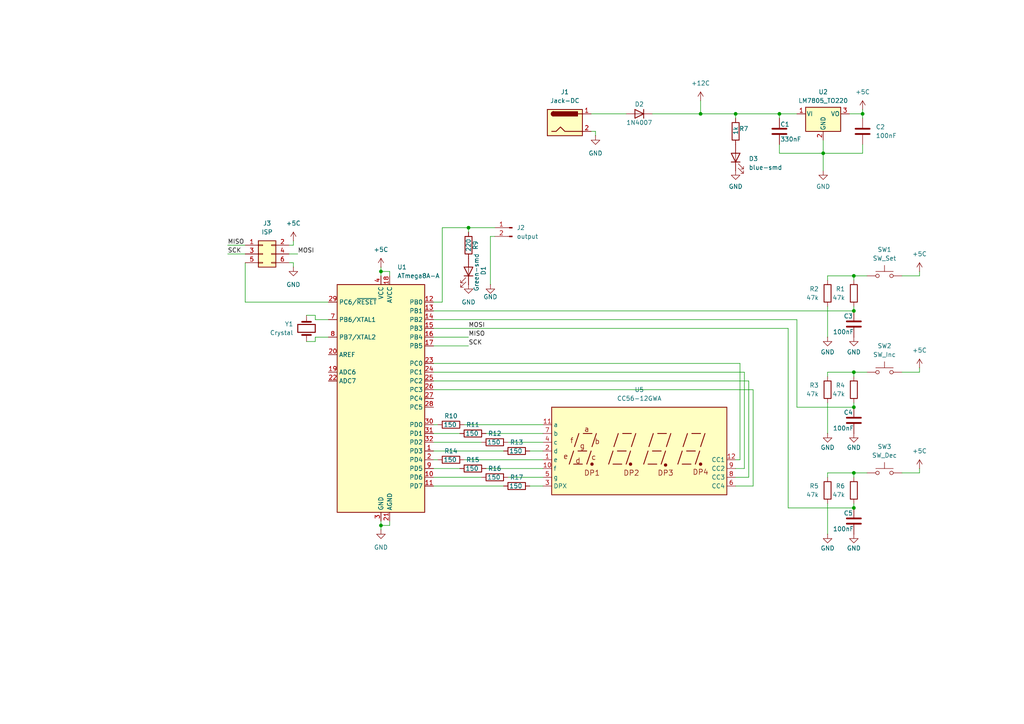
<source format=kicad_sch>
(kicad_sch (version 20231120) (generator "eeschema") (generator_version "8.0")
  (paper "A4")
  (lib_symbols
    (symbol "Connector:Conn_01x02_Pin" (pin_names (offset 1.016) hide)
      (property "Reference" "J" (at 0 2.54 0))
      (property "Value" "Conn_01x02_Pin" (at 0 -5.08 0))
      (symbol "Conn_01x02_Pin_1_1"
        (polyline (pts (xy 1.27 -2.54) (xy 0.8636 -2.54)) (stroke (width 0.1524)))
        (polyline (pts (xy 1.27 0) (xy 0.8636 0)) (stroke (width 0.1524)))
        (rectangle (start 0.8636 -2.413) (end 0 -2.667) (stroke (width 0.1524)) (fill (type outline)))
        (rectangle (start 0.8636 0.127) (end 0 -0.127) (stroke (width 0.1524)) (fill (type outline)))
        (pin passive line (at 5.08 0 180) (length 3.81) (name "Pin_1") (number "1"))
        (pin passive line (at 5.08 -2.54 180) (length 3.81) (name "Pin_2") (number "2"))
      )
    )
    (symbol "Connector:Jack-DC" (pin_names (offset 1.016))
      (property "Reference" "J" (at 0 5.334 0))
      (property "Value" "Jack-DC" (at 0 -5.08 0))
      (symbol "Jack-DC_0_1"
        (rectangle (start -5.08 3.81) (end 5.08 -3.81) (stroke (width 0.254)) (fill (type background)))
        (arc (start -3.302 3.175) (mid -3.9343 2.54) (end -3.302 1.905) (stroke (width 0.254)))
        (arc (start -3.302 3.175) (mid -3.9343 2.54) (end -3.302 1.905) (stroke (width 0.254)) (fill (type outline)))
        (polyline (pts (xy 5.08 2.54) (xy 3.81 2.54)) (stroke (width 0.254)))
        (polyline (pts (xy -3.81 -2.54) (xy -2.54 -2.54) (xy -1.27 -1.27) (xy 0 -2.54) (xy 2.54 -2.54) (xy 5.08 -2.54)) (stroke (width 0.254)))
        (rectangle (start 3.683 3.175) (end -3.302 1.905) (stroke (width 0.254)) (fill (type outline)))
      )
      (symbol "Jack-DC_1_1"
        (pin passive line (at 7.62 2.54 180) (length 2.54) (name "~") (number "1"))
        (pin passive line (at 7.62 -2.54 180) (length 2.54) (name "~") (number "2"))
      )
    )
    (symbol "Connector_Generic:Conn_02x03_Odd_Even" (pin_names (offset 1.016) hide)
      (property "Reference" "J" (at 1.27 5.08 0))
      (property "Value" "Conn_02x03_Odd_Even" (at 1.27 -5.08 0))
      (symbol "Conn_02x03_Odd_Even_1_1"
        (rectangle (start -1.27 -2.413) (end 0 -2.667) (stroke (width 0.1524)))
        (rectangle (start -1.27 0.127) (end 0 -0.127) (stroke (width 0.1524)))
        (rectangle (start -1.27 2.667) (end 0 2.413) (stroke (width 0.1524)))
        (rectangle (start -1.27 3.81) (end 3.81 -3.81) (stroke (width 0.254)) (fill (type background)))
        (rectangle (start 3.81 -2.413) (end 2.54 -2.667) (stroke (width 0.1524)))
        (rectangle (start 3.81 0.127) (end 2.54 -0.127) (stroke (width 0.1524)))
        (rectangle (start 3.81 2.667) (end 2.54 2.413) (stroke (width 0.1524)))
        (pin passive line (at -5.08 2.54 0) (length 3.81) (name "Pin_1") (number "1"))
        (pin passive line (at 7.62 2.54 180) (length 3.81) (name "Pin_2") (number "2"))
        (pin passive line (at -5.08 0 0) (length 3.81) (name "Pin_3") (number "3"))
        (pin passive line (at 7.62 0 180) (length 3.81) (name "Pin_4") (number "4"))
        (pin passive line (at -5.08 -2.54 0) (length 3.81) (name "Pin_5") (number "5"))
        (pin passive line (at 7.62 -2.54 180) (length 3.81) (name "Pin_6") (number "6"))
      )
    )
    (symbol "Device:C" (pin_numbers hide) (pin_names (offset 0.254))
      (property "Reference" "C" (at 0.635 2.54 0))
      (property "Value" "C" (at 0.635 -2.54 0))
      (symbol "C_0_1"
        (polyline (pts (xy -2.032 -0.762) (xy 2.032 -0.762)) (stroke (width 0.508)))
        (polyline (pts (xy -2.032 0.762) (xy 2.032 0.762)) (stroke (width 0.508)))
      )
      (symbol "C_1_1"
        (pin passive line (at 0 3.81 270) (length 2.794) (name "~") (number "1"))
        (pin passive line (at 0 -3.81 90) (length 2.794) (name "~") (number "2"))
      )
    )
    (symbol "Device:Crystal" (pin_numbers hide) (pin_names (offset 1.016) hide)
      (property "Reference" "Y" (at 0 3.81 0))
      (property "Value" "Crystal" (at 0 -3.81 0))
      (symbol "Crystal_0_1"
        (rectangle (start -1.143 2.54) (end 1.143 -2.54) (stroke (width 0.3048)))
        (polyline (pts (xy -2.54 0) (xy -1.905 0)))
        (polyline (pts (xy -1.905 -1.27) (xy -1.905 1.27)) (stroke (width 0.508)))
        (polyline (pts (xy 1.905 -1.27) (xy 1.905 1.27)) (stroke (width 0.508)))
        (polyline (pts (xy 2.54 0) (xy 1.905 0)))
      )
      (symbol "Crystal_1_1"
        (pin passive line (at -3.81 0 0) (length 1.27) (name "1") (number "1"))
        (pin passive line (at 3.81 0 180) (length 1.27) (name "2") (number "2"))
      )
    )
    (symbol "Device:D" (pin_numbers hide) (pin_names (offset 1.016) hide)
      (property "Reference" "D" (at 0 2.54 0))
      (property "Value" "D" (at 0 -2.54 0))
      (symbol "D_0_1"
        (polyline (pts (xy -1.27 1.27) (xy -1.27 -1.27)) (stroke (width 0.254)))
        (polyline (pts (xy 1.27 0) (xy -1.27 0)))
        (polyline (pts (xy 1.27 1.27) (xy 1.27 -1.27) (xy -1.27 0) (xy 1.27 1.27)) (stroke (width 0.254)))
      )
      (symbol "D_1_1"
        (pin passive line (at -3.81 0 0) (length 2.54) (name "K") (number "1"))
        (pin passive line (at 3.81 0 180) (length 2.54) (name "A") (number "2"))
      )
    )
    (symbol "Device:LED" (pin_numbers hide) (pin_names (offset 1.016) hide)
      (property "Reference" "D" (at 0 2.54 0))
      (property "Value" "LED" (at 0 -2.54 0))
      (symbol "LED_0_1"
        (polyline (pts (xy -1.27 -1.27) (xy -1.27 1.27)) (stroke (width 0.254)))
        (polyline (pts (xy -1.27 0) (xy 1.27 0)))
        (polyline (pts (xy 1.27 -1.27) (xy 1.27 1.27) (xy -1.27 0) (xy 1.27 -1.27)) (stroke (width 0.254)))
        (polyline (pts (xy -3.048 -0.762) (xy -4.572 -2.286) (xy -3.81 -2.286) (xy -4.572 -2.286) (xy -4.572 -1.524)))
        (polyline (pts (xy -1.778 -0.762) (xy -3.302 -2.286) (xy -2.54 -2.286) (xy -3.302 -2.286) (xy -3.302 -1.524)))
      )
      (symbol "LED_1_1"
        (pin passive line (at -3.81 0 0) (length 2.54) (name "K") (number "1"))
        (pin passive line (at 3.81 0 180) (length 2.54) (name "A") (number "2"))
      )
    )
    (symbol "Device:R" (pin_numbers hide) (pin_names (offset 0))
      (property "Reference" "R" (at 2.032 0 90))
      (property "Value" "R" (at 0 0 90))
      (symbol "R_0_1"
        (rectangle (start -1.016 -2.54) (end 1.016 2.54) (stroke (width 0.254)))
      )
      (symbol "R_1_1"
        (pin passive line (at 0 3.81 270) (length 1.27) (name "~") (number "1"))
        (pin passive line (at 0 -3.81 90) (length 1.27) (name "~") (number "2"))
      )
    )
    (symbol "Display_Character:CC56-12GWA"
      (property "Reference" "U" (at -24.13 13.97 0))
      (property "Value" "CC56-12GWA" (at 19.05 13.97 0))
      (symbol "CC56-12GWA_0_0"
        (rectangle (start -25.4 12.7) (end 25.4 -12.7) (stroke (width 0.254)) (fill (type background)))
        (polyline (pts (xy -20.32 -3.81) (xy -19.05 0)) (stroke (width 0.254)))
        (polyline (pts (xy -19.05 -3.81) (xy -16.51 -3.81)) (stroke (width 0.254)))
        (polyline (pts (xy -18.796 1.27) (xy -17.526 5.08)) (stroke (width 0.254)))
        (polyline (pts (xy -17.78 0) (xy -15.24 0)) (stroke (width 0.254)))
        (polyline (pts (xy -16.256 5.08) (xy -13.716 5.08)) (stroke (width 0.254)))
        (polyline (pts (xy -15.24 -3.81) (xy -13.97 0)) (stroke (width 0.254)))
        (polyline (pts (xy -13.716 1.27) (xy -12.446 5.08)) (stroke (width 0.254)))
        (polyline (pts (xy -8.89 -3.81) (xy -7.62 0)) (stroke (width 0.254)))
        (polyline (pts (xy -7.62 -3.81) (xy -5.08 -3.81)) (stroke (width 0.254)))
        (polyline (pts (xy -7.366 1.27) (xy -6.096 5.08)) (stroke (width 0.254)))
        (polyline (pts (xy -6.35 0) (xy -3.81 0)) (stroke (width 0.254)))
        (polyline (pts (xy -4.826 5.08) (xy -2.286 5.08)) (stroke (width 0.254)))
        (polyline (pts (xy -3.81 -3.81) (xy -2.54 0)) (stroke (width 0.254)))
        (polyline (pts (xy -2.286 1.27) (xy -1.016 5.08)) (stroke (width 0.254)))
        (polyline (pts (xy 1.27 -3.81) (xy 2.54 0)) (stroke (width 0.254)))
        (polyline (pts (xy 2.54 -3.81) (xy 5.08 -3.81)) (stroke (width 0.254)))
        (polyline (pts (xy 2.794 1.27) (xy 4.064 5.08)) (stroke (width 0.254)))
        (polyline (pts (xy 3.81 0) (xy 6.35 0)) (stroke (width 0.254)))
        (polyline (pts (xy 5.334 5.08) (xy 7.874 5.08)) (stroke (width 0.254)))
        (polyline (pts (xy 6.35 -3.81) (xy 7.62 0)) (stroke (width 0.254)))
        (polyline (pts (xy 7.874 1.27) (xy 9.144 5.08)) (stroke (width 0.254)))
        (polyline (pts (xy 11.176 -3.81) (xy 12.446 0)) (stroke (width 0.254)))
        (polyline (pts (xy 12.446 -3.81) (xy 14.986 -3.81)) (stroke (width 0.254)))
        (polyline (pts (xy 12.7 1.27) (xy 13.97 5.08)) (stroke (width 0.254)))
        (polyline (pts (xy 13.716 0) (xy 16.256 0)) (stroke (width 0.254)))
        (polyline (pts (xy 15.24 5.08) (xy 17.78 5.08)) (stroke (width 0.254)))
        (polyline (pts (xy 16.256 -3.81) (xy 17.526 0)) (stroke (width 0.254)))
        (polyline (pts (xy 17.78 1.27) (xy 19.05 5.08)) (stroke (width 0.254)))
        (text "a" (at -15.24 6.35 0) (effects (font (size 1.524 1.524))))
        (text "b" (at -12.192 2.794 0) (effects (font (size 1.524 1.524))))
        (text "c" (at -13.208 -1.778 0) (effects (font (size 1.524 1.524))))
        (text "d" (at -17.78 -2.794 0) (effects (font (size 1.524 1.524))))
        (text "DP1" (at -13.716 -6.35 0) (effects (font (size 1.524 1.524))))
        (text "DP2" (at -2.286 -6.35 0) (effects (font (size 1.524 1.524))))
        (text "DP3" (at 7.62 -6.35 0) (effects (font (size 1.524 1.524))))
        (text "DP4" (at 17.78 -6.096 0) (effects (font (size 1.524 1.524))))
        (text "e" (at -21.336 -1.524 0) (effects (font (size 1.524 1.524))))
        (text "f" (at -19.558 3.048 0) (effects (font (size 1.524 1.524))))
        (text "g" (at -16.51 1.524 0) (effects (font (size 1.524 1.524))))
      )
      (symbol "CC56-12GWA_0_1"
        (circle (center -13.716 -3.81) (radius 0.3556) (stroke (width 0.254)) (fill (type outline)))
        (circle (center -2.54 -3.81) (radius 0.3556) (stroke (width 0.254)) (fill (type outline)))
      )
      (symbol "CC56-12GWA_1_0"
        (circle (center 7.62 -4.064) (radius 0.3556) (stroke (width 0.254)) (fill (type outline)))
        (circle (center 17.78 -3.81) (radius 0.3556) (stroke (width 0.254)) (fill (type outline)))
      )
      (symbol "CC56-12GWA_1_1"
        (pin input line (at -27.94 -2.54 0) (length 2.54) (name "e") (number "1"))
        (pin input line (at -27.94 -5.08 0) (length 2.54) (name "f") (number "10"))
        (pin input line (at -27.94 7.62 0) (length 2.54) (name "a") (number "11"))
        (pin input line (at 27.94 -2.54 180) (length 2.54) (name "CC1") (number "12"))
        (pin input line (at -27.94 0 0) (length 2.54) (name "d") (number "2"))
        (pin input line (at -27.94 -10.16 0) (length 2.54) (name "DPX") (number "3"))
        (pin input line (at -27.94 2.54 0) (length 2.54) (name "c") (number "4"))
        (pin input line (at -27.94 -7.62 0) (length 2.54) (name "g") (number "5"))
        (pin input line (at 27.94 -10.16 180) (length 2.54) (name "CC4") (number "6"))
        (pin input line (at -27.94 5.08 0) (length 2.54) (name "b") (number "7"))
        (pin input line (at 27.94 -7.62 180) (length 2.54) (name "CC3") (number "8"))
        (pin input line (at 27.94 -5.08 180) (length 2.54) (name "CC2") (number "9"))
      )
    )
    (symbol "MCU_Microchip_ATmega:ATmega8A-A"
      (property "Reference" "U" (at -12.7 34.29 0))
      (property "Value" "ATmega8A-A" (at 5.08 -34.29 0))
      (symbol "ATmega8A-A_0_1"
        (rectangle (start -12.7 -33.02) (end 12.7 33.02) (stroke (width 0.254)) (fill (type background)))
      )
      (symbol "ATmega8A-A_1_1"
        (pin bidirectional line (at 15.24 -15.24 180) (length 2.54) (name "PD3") (number "1"))
        (pin bidirectional line (at 15.24 -22.86 180) (length 2.54) (name "PD6") (number "10"))
        (pin bidirectional line (at 15.24 -25.4 180) (length 2.54) (name "PD7") (number "11"))
        (pin bidirectional line (at 15.24 27.94 180) (length 2.54) (name "PB0") (number "12"))
        (pin bidirectional line (at 15.24 25.4 180) (length 2.54) (name "PB1") (number "13"))
        (pin bidirectional line (at 15.24 22.86 180) (length 2.54) (name "PB2") (number "14"))
        (pin bidirectional line (at 15.24 20.32 180) (length 2.54) (name "PB3") (number "15"))
        (pin bidirectional line (at 15.24 17.78 180) (length 2.54) (name "PB4") (number "16"))
        (pin bidirectional line (at 15.24 15.24 180) (length 2.54) (name "PB5") (number "17"))
        (pin power_in line (at 2.54 35.56 270) (length 2.54) (name "AVCC") (number "18"))
        (pin input line (at -15.24 7.62 0) (length 2.54) (name "ADC6") (number "19"))
        (pin bidirectional line (at 15.24 -17.78 180) (length 2.54) (name "PD4") (number "2"))
        (pin passive line (at -15.24 12.7 0) (length 2.54) (name "AREF") (number "20"))
        (pin power_in line (at 2.54 -35.56 90) (length 2.54) (name "AGND") (number "21"))
        (pin input line (at -15.24 5.08 0) (length 2.54) (name "ADC7") (number "22"))
        (pin bidirectional line (at 15.24 10.16 180) (length 2.54) (name "PC0") (number "23"))
        (pin bidirectional line (at 15.24 7.62 180) (length 2.54) (name "PC1") (number "24"))
        (pin bidirectional line (at 15.24 5.08 180) (length 2.54) (name "PC2") (number "25"))
        (pin bidirectional line (at 15.24 2.54 180) (length 2.54) (name "PC3") (number "26"))
        (pin bidirectional line (at 15.24 0 180) (length 2.54) (name "PC4") (number "27"))
        (pin bidirectional line (at 15.24 -2.54 180) (length 2.54) (name "PC5") (number "28"))
        (pin bidirectional line (at -15.24 27.94 0) (length 2.54) (name "PC6/~{RESET}") (number "29"))
        (pin power_in line (at 0 -35.56 90) (length 2.54) (name "GND") (number "3"))
        (pin bidirectional line (at 15.24 -7.62 180) (length 2.54) (name "PD0") (number "30"))
        (pin bidirectional line (at 15.24 -10.16 180) (length 2.54) (name "PD1") (number "31"))
        (pin bidirectional line (at 15.24 -12.7 180) (length 2.54) (name "PD2") (number "32"))
        (pin power_in line (at 0 35.56 270) (length 2.54) (name "VCC") (number "4"))
        (pin passive line (at 0 -35.56 90) (length 2.54) hide (name "GND") (number "5"))
        (pin passive line (at 0 35.56 270) (length 2.54) hide (name "VCC") (number "6"))
        (pin bidirectional line (at -15.24 22.86 0) (length 2.54) (name "PB6/XTAL1") (number "7"))
        (pin bidirectional line (at -15.24 17.78 0) (length 2.54) (name "PB7/XTAL2") (number "8"))
        (pin bidirectional line (at 15.24 -20.32 180) (length 2.54) (name "PD5") (number "9"))
      )
    )
    (symbol "Regulator_Linear:LM7805_TO220" (pin_names (offset 0.254))
      (property "Reference" "U" (at -3.81 3.175 0))
      (property "Value" "LM7805_TO220" (at 0 3.175 0))
      (symbol "LM7805_TO220_0_1"
        (rectangle (start -5.08 1.905) (end 5.08 -5.08) (stroke (width 0.254)) (fill (type background)))
      )
      (symbol "LM7805_TO220_1_1"
        (pin power_in line (at -7.62 0 0) (length 2.54) (name "VI") (number "1"))
        (pin power_in line (at 0 -7.62 90) (length 2.54) (name "GND") (number "2"))
        (pin power_out line (at 7.62 0 180) (length 2.54) (name "VO") (number "3"))
      )
    )
    (symbol "Switch:SW_Push" (pin_numbers hide) (pin_names (offset 1.016) hide)
      (property "Reference" "SW" (at 1.27 2.54 0))
      (property "Value" "SW_Push" (at 0 -1.524 0))
      (symbol "SW_Push_0_1"
        (circle (center -2.032 0) (radius 0.508))
        (polyline (pts (xy 0 1.27) (xy 0 3.048)))
        (polyline (pts (xy 2.54 1.27) (xy -2.54 1.27)))
        (circle (center 2.032 0) (radius 0.508))
        (pin passive line (at -5.08 0 0) (length 2.54) (name "1") (number "1"))
        (pin passive line (at 5.08 0 180) (length 2.54) (name "2") (number "2"))
      )
    )
    (symbol "power:+12C" (power) (pin_numbers hide) (pin_names (offset 0) hide)
      (property "Value" "+12C" (at 0 3.556 0))
      (symbol "+12C_0_1"
        (polyline (pts (xy -0.762 1.27) (xy 0 2.54)))
        (polyline (pts (xy 0 0) (xy 0 2.54)))
        (polyline (pts (xy 0 2.54) (xy 0.762 1.27)))
      )
      (symbol "+12C_1_1"
        (pin power_in line (at 0 0 90) (length 0) (name "~") (number "1"))
      )
    )
    (symbol "power:+5C" (power) (pin_numbers hide) (pin_names (offset 0) hide)
      (property "Value" "+5C" (at 0 3.556 0))
      (symbol "+5C_0_1"
        (polyline (pts (xy -0.762 1.27) (xy 0 2.54)))
        (polyline (pts (xy 0 0) (xy 0 2.54)))
        (polyline (pts (xy 0 2.54) (xy 0.762 1.27)))
      )
      (symbol "+5C_1_1"
        (pin power_in line (at 0 0 90) (length 0) (name "~") (number "1"))
      )
    )
    (symbol "power:GND" (power) (pin_numbers hide) (pin_names (offset 0) hide)
      (property "Value" "GND" (at 0 -3.81 0))
      (symbol "GND_0_1"
        (polyline (pts (xy 0 0) (xy 0 -1.27) (xy 1.27 -1.27) (xy 0 -2.54) (xy -1.27 -1.27) (xy 0 -1.27)))
      )
      (symbol "GND_1_1"
        (pin power_in line (at 0 0 270) (length 0) (name "~") (number "1"))
      )
    )
  )
  (junction (at 247.65 90.17))
  (junction (at 250.19 33.02))
  (junction (at 226.06 33.02))
  (junction (at 110.49 152.4))
  (junction (at 213.36 33.02))
  (junction (at 247.65 80.01))
  (junction (at 110.49 78.74))
  (junction (at 135.89 66.04))
  (junction (at 247.65 147.32))
  (junction (at 247.65 137.16))
  (junction (at 247.65 118.11))
  (junction (at 203.2 33.02))
  (junction (at 247.65 107.95))
  (junction (at 238.76 44.45))
  (wire (pts (xy 125.73 123.19) (xy 127 123.19)))
  (wire (pts (xy 189.23 33.02) (xy 203.2 33.02)))
  (wire (pts (xy 128.27 66.04) (xy 135.89 66.04)))
  (wire (pts (xy 247.65 90.17) (xy 247.65 88.9)))
  (wire (pts (xy 125.73 113.03) (xy 218.44 113.03)))
  (wire (pts (xy 125.73 90.17) (xy 247.65 90.17)))
  (wire (pts (xy 71.12 87.63) (xy 71.12 76.2)))
  (wire (pts (xy 125.73 140.97) (xy 146.05 140.97)))
  (wire (pts (xy 71.12 87.63) (xy 95.25 87.63)))
  (wire (pts (xy 125.73 133.35) (xy 127 133.35)))
  (wire (pts (xy 125.73 135.89) (xy 133.35 135.89)))
  (wire (pts (xy 231.14 92.71) (xy 231.14 118.11)))
  (wire (pts (xy 110.49 78.74) (xy 113.03 78.74)))
  (wire (pts (xy 125.73 105.41) (xy 214.63 105.41)))
  (wire (pts (xy 247.65 80.01) (xy 251.46 80.01)))
  (wire (pts (xy 238.76 44.45) (xy 250.19 44.45)))
  (wire (pts (xy 214.63 105.41) (xy 214.63 133.35)))
  (wire (pts (xy 125.73 92.71) (xy 231.14 92.71)))
  (wire (pts (xy 231.14 118.11) (xy 247.65 118.11)))
  (wire (pts (xy 250.19 34.29) (xy 250.19 33.02)))
  (wire (pts (xy 91.44 91.44) (xy 88.9 91.44)))
  (wire (pts (xy 91.44 91.44) (xy 91.44 92.71)))
  (wire (pts (xy 247.65 138.43) (xy 247.65 137.16)))
  (wire (pts (xy 128.27 66.04) (xy 128.27 87.63)))
  (wire (pts (xy 66.04 71.12) (xy 71.12 71.12)))
  (wire (pts (xy 110.49 151.13) (xy 110.49 152.4)))
  (wire (pts (xy 240.03 138.43) (xy 240.03 137.16)))
  (wire (pts (xy 213.36 135.89) (xy 215.9 135.89)))
  (wire (pts (xy 140.97 135.89) (xy 157.48 135.89)))
  (wire (pts (xy 125.73 138.43) (xy 139.7 138.43)))
  (wire (pts (xy 226.06 33.02) (xy 231.14 33.02)))
  (wire (pts (xy 85.09 71.12) (xy 85.09 69.85)))
  (wire (pts (xy 247.65 137.16) (xy 251.46 137.16)))
  (wire (pts (xy 113.03 80.01) (xy 113.03 78.74)))
  (wire (pts (xy 238.76 44.45) (xy 238.76 49.53)))
  (wire (pts (xy 125.73 130.81) (xy 146.05 130.81)))
  (wire (pts (xy 218.44 140.97) (xy 213.36 140.97)))
  (wire (pts (xy 172.72 38.1) (xy 172.72 39.37)))
  (wire (pts (xy 171.45 38.1) (xy 172.72 38.1)))
  (wire (pts (xy 240.03 137.16) (xy 247.65 137.16)))
  (wire (pts (xy 228.6 95.25) (xy 125.73 95.25)))
  (wire (pts (xy 238.76 40.64) (xy 238.76 44.45)))
  (wire (pts (xy 218.44 113.03) (xy 218.44 140.97)))
  (wire (pts (xy 110.49 152.4) (xy 113.03 152.4)))
  (wire (pts (xy 147.32 128.27) (xy 157.48 128.27)))
  (wire (pts (xy 240.03 81.28) (xy 240.03 80.01)))
  (wire (pts (xy 240.03 146.05) (xy 240.03 154.94)))
  (wire (pts (xy 95.25 97.79) (xy 91.44 97.79)))
  (wire (pts (xy 226.06 34.29) (xy 226.06 33.02)))
  (wire (pts (xy 95.25 92.71) (xy 91.44 92.71)))
  (wire (pts (xy 203.2 33.02) (xy 213.36 33.02)))
  (wire (pts (xy 240.03 116.84) (xy 240.03 125.73)))
  (wire (pts (xy 125.73 128.27) (xy 139.7 128.27)))
  (wire (pts (xy 147.32 138.43) (xy 157.48 138.43)))
  (wire (pts (xy 153.67 130.81) (xy 157.48 130.81)))
  (wire (pts (xy 217.17 138.43) (xy 213.36 138.43)))
  (wire (pts (xy 228.6 147.32) (xy 247.65 147.32)))
  (wire (pts (xy 240.03 88.9) (xy 240.03 97.79)))
  (wire (pts (xy 125.73 100.33) (xy 135.89 100.33)))
  (wire (pts (xy 261.62 80.01) (xy 266.7 80.01)))
  (wire (pts (xy 250.19 31.75) (xy 250.19 33.02)))
  (wire (pts (xy 266.7 135.89) (xy 266.7 137.16)))
  (wire (pts (xy 266.7 106.68) (xy 266.7 107.95)))
  (wire (pts (xy 125.73 125.73) (xy 133.35 125.73)))
  (wire (pts (xy 203.2 29.21) (xy 203.2 33.02)))
  (wire (pts (xy 86.36 73.66) (xy 83.82 73.66)))
  (wire (pts (xy 110.49 152.4) (xy 110.49 153.67)))
  (wire (pts (xy 113.03 151.13) (xy 113.03 152.4)))
  (wire (pts (xy 226.06 44.45) (xy 238.76 44.45)))
  (wire (pts (xy 228.6 95.25) (xy 228.6 147.32)))
  (wire (pts (xy 66.04 73.66) (xy 71.12 73.66)))
  (wire (pts (xy 125.73 107.95) (xy 215.9 107.95)))
  (wire (pts (xy 214.63 133.35) (xy 213.36 133.35)))
  (wire (pts (xy 247.65 107.95) (xy 251.46 107.95)))
  (wire (pts (xy 110.49 78.74) (xy 110.49 80.01)))
  (wire (pts (xy 261.62 107.95) (xy 266.7 107.95)))
  (wire (pts (xy 240.03 109.22) (xy 240.03 107.95)))
  (wire (pts (xy 83.82 76.2) (xy 85.09 76.2)))
  (wire (pts (xy 91.44 97.79) (xy 91.44 99.06)))
  (wire (pts (xy 226.06 44.45) (xy 226.06 41.91)))
  (wire (pts (xy 85.09 76.2) (xy 85.09 77.47)))
  (wire (pts (xy 240.03 80.01) (xy 247.65 80.01)))
  (wire (pts (xy 213.36 33.02) (xy 226.06 33.02)))
  (wire (pts (xy 215.9 107.95) (xy 215.9 135.89)))
  (wire (pts (xy 246.38 33.02) (xy 250.19 33.02)))
  (wire (pts (xy 140.97 125.73) (xy 157.48 125.73)))
  (wire (pts (xy 247.65 118.11) (xy 247.65 116.84)))
  (wire (pts (xy 213.36 34.29) (xy 213.36 33.02)))
  (wire (pts (xy 171.45 33.02) (xy 181.61 33.02)))
  (wire (pts (xy 142.24 82.55) (xy 142.24 68.58)))
  (wire (pts (xy 247.65 81.28) (xy 247.65 80.01)))
  (wire (pts (xy 217.17 110.49) (xy 217.17 138.43)))
  (wire (pts (xy 266.7 78.74) (xy 266.7 80.01)))
  (wire (pts (xy 128.27 87.63) (xy 125.73 87.63)))
  (wire (pts (xy 153.67 140.97) (xy 157.48 140.97)))
  (wire (pts (xy 247.65 109.22) (xy 247.65 107.95)))
  (wire (pts (xy 125.73 110.49) (xy 217.17 110.49)))
  (wire (pts (xy 134.62 133.35) (xy 157.48 133.35)))
  (wire (pts (xy 135.89 67.31) (xy 135.89 66.04)))
  (wire (pts (xy 142.24 68.58) (xy 143.51 68.58)))
  (wire (pts (xy 134.62 123.19) (xy 157.48 123.19)))
  (wire (pts (xy 135.89 66.04) (xy 143.51 66.04)))
  (wire (pts (xy 261.62 137.16) (xy 266.7 137.16)))
  (wire (pts (xy 125.73 97.79) (xy 135.89 97.79)))
  (wire (pts (xy 247.65 147.32) (xy 247.65 146.05)))
  (wire (pts (xy 250.19 44.45) (xy 250.19 41.91)))
  (wire (pts (xy 83.82 71.12) (xy 85.09 71.12)))
  (wire (pts (xy 240.03 107.95) (xy 247.65 107.95)))
  (wire (pts (xy 110.49 77.47) (xy 110.49 78.74)))
  (wire (pts (xy 88.9 99.06) (xy 91.44 99.06)))
  (label "SCK" (at 135.89 100.33 0))
  (label "MISO" (at 135.89 97.79 0))
  (label "SCK" (at 66.04 73.66 0))
  (label "MOSI" (at 135.89 95.25 0))
  (label "MOSI" (at 86.36 73.66 0))
  (label "MISO" (at 66.04 71.12 0))
  (symbol (lib_id "Device:R") (at 213.36 38.1 180) (unit 1)
    (property "Reference" "R7" (at 214.376 37.338 0) (effects (justify right)))
    (property "Value" "1k" (at 213.36 39.116 90) (effects (justify right)))
    (property "Footprint" "Resistor_SMD:R_0603_1608Metric" (effects (hide yes)))
    (property "Description" "Resistor" (effects (hide yes)))
  )
  (symbol (lib_id "power:GND") (at 247.65 125.73 0) (mirror y) (unit 1)
    (property "Reference" "#PWR05" (effects (hide yes)))
    (property "Value" "GND" (at 247.65 129.794 0))
    (property "Description" "Power symbol creates a global label with name \"GND\" , ground" (effects (hide yes)))
  )
  (symbol (lib_id "power:+12C") (at 203.2 29.21 0) (unit 1)
    (property "Reference" "#PWR012" (effects (hide yes)))
    (property "Value" "+12C" (at 203.2 24.13 0))
    (property "Description" "Power symbol creates a global label with name \"+12C\"" (effects (hide yes)))
  )
  (symbol (lib_id "Display_Character:CC56-12GWA") (at 185.42 130.81 0) (unit 1)
    (property "Reference" "U5" (at 185.42 113.03 0))
    (property "Value" "CC56-12GWA" (at 185.42 115.57 0))
    (property "Footprint" "Display_7Segment:CC56-12GWA" (effects (hide yes)))
    (property "Datasheet" "http://www.kingbrightusa.com/images/catalog/SPEC/CC56-12GWA.pdf" (effects (hide yes)))
    (property "Description" "4 digit 7 segment green LED, common cathode" (effects (hide yes)))
  )
  (symbol (lib_id "MCU_Microchip_ATmega:ATmega8A-A") (at 110.49 115.57 0) (unit 1)
    (property "Reference" "U1" (at 115.2241 77.47 0) (effects (justify left)))
    (property "Value" "ATmega8A-A" (at 115.2241 80.01 0) (effects (justify left)))
    (property "Footprint" "Package_QFP:TQFP-32_7x7mm_P0.8mm" (effects (hide yes)))
    (property "Datasheet" "http://ww1.microchip.com/downloads/en/DeviceDoc/Microchip%208bit%20mcu%20AVR%20ATmega8A%20data%20sheet%2040001974A.pdf" (effects (hide yes)))
    (property "Description" "16MHz, 8kB Flash, 1kB SRAM, 512B EEPROM, TQFP-32" (effects (hide yes)))
  )
  (symbol (lib_id "Device:C") (at 247.65 121.92 0) (mirror y) (unit 1)
    (property "Reference" "C4" (at 247.396 119.634 0) (effects (justify left)))
    (property "Value" "100nF" (at 247.65 124.206 0) (effects (justify left)))
    (property "Footprint" "Capacitor_SMD:C_0603_1608Metric" (effects (hide yes)))
    (property "Description" "Unpolarized capacitor" (effects (hide yes)))
  )
  (symbol (lib_id "power:GND") (at 247.65 154.94 0) (mirror y) (unit 1)
    (property "Reference" "#PWR08" (effects (hide yes)))
    (property "Value" "GND" (at 247.65 159.004 0))
    (property "Description" "Power symbol creates a global label with name \"GND\" , ground" (effects (hide yes)))
  )
  (symbol (lib_id "power:GND") (at 172.72 39.37 0) (unit 1)
    (property "Reference" "#PWR011" (effects (hide yes)))
    (property "Value" "GND" (at 172.72 44.45 0))
    (property "Description" "Power symbol creates a global label with name \"GND\" , ground" (effects (hide yes)))
  )
  (symbol (lib_id "power:GND") (at 142.24 82.55 0) (unit 1)
    (property "Reference" "#PWR020" (effects (hide yes)))
    (property "Value" "GND" (at 142.24 86.106 0))
    (property "Description" "Power symbol creates a global label with name \"GND\" , ground" (effects (hide yes)))
  )
  (symbol (lib_id "Device:D") (at 185.42 33.02 0) (mirror y) (unit 1)
    (property "Reference" "D2" (at 185.42 30.226 0))
    (property "Value" "1N4007" (at 185.42 35.56 0))
    (property "Footprint" "Diode_THT:D_DO-35_SOD27_P7.62mm_Horizontal" (effects (hide yes)))
    (property "Description" "Diode" (effects (hide yes)))
    (property "Sim.Device" "D" (effects (hide yes)))
    (property "Sim.Pins" "1=K 2=A" (effects (hide yes)))
  )
  (symbol (lib_id "Device:R") (at 149.86 130.81 90) (unit 1)
    (property "Reference" "R13" (at 149.86 128.27 90))
    (property "Value" "150" (at 149.606 130.81 90))
    (property "Footprint" "Resistor_SMD:R_0603_1608Metric" (effects (hide yes)))
    (property "Description" "Resistor" (effects (hide yes)))
  )
  (symbol (lib_id "Device:R") (at 137.16 125.73 90) (unit 1)
    (property "Reference" "R11" (at 137.16 123.19 90))
    (property "Value" "150" (at 136.906 125.73 90))
    (property "Footprint" "Resistor_SMD:R_0603_1608Metric" (effects (hide yes)))
    (property "Description" "Resistor" (effects (hide yes)))
  )
  (symbol (lib_id "Device:R") (at 247.65 85.09 0) (mirror y) (unit 1)
    (property "Reference" "R1" (at 245.11 83.8199 0) (effects (justify left)))
    (property "Value" "47k" (at 245.11 86.3599 0) (effects (justify left)))
    (property "Footprint" "Resistor_SMD:R_0603_1608Metric" (effects (hide yes)))
    (property "Description" "Resistor" (effects (hide yes)))
  )
  (symbol (lib_id "power:+5C") (at 266.7 78.74 0) (mirror y) (unit 1)
    (property "Reference" "#PWR01" (effects (hide yes)))
    (property "Value" "+5C" (at 266.7 73.66 0))
    (property "Description" "Power symbol creates a global label with name \"+5C\"" (effects (hide yes)))
  )
  (symbol (lib_id "Device:Crystal") (at 88.9 95.25 270) (mirror x) (unit 1)
    (property "Reference" "Y1" (at 85.09 93.9799 90) (effects (justify right)))
    (property "Value" "Crystal" (at 85.09 96.5199 90) (effects (justify right)))
    (property "Footprint" "Crystal:Crystal_Round_D1.0mm_Vertical" (effects (hide yes)))
    (property "Description" "Two pin crystal" (effects (hide yes)))
  )
  (symbol (lib_id "Regulator_Linear:LM7805_TO220") (at 238.76 33.02 0) (unit 1)
    (property "Reference" "U2" (at 238.76 26.67 0))
    (property "Value" "LM7805_TO220" (at 238.76 29.21 0))
    (property "Footprint" "Package_TO_SOT_THT:TO-220-3_Vertical" (effects (hide yes)))
    (property "Datasheet" "https://www.onsemi.cn/PowerSolutions/document/MC7800-D.PDF" (effects (hide yes)))
    (property "Description" "Positive 1A 35V Linear Regulator, Fixed Output 5V, TO-220" (effects (hide yes)))
  )
  (symbol (lib_id "power:GND") (at 240.03 154.94 0) (mirror y) (unit 1)
    (property "Reference" "#PWR07" (effects (hide yes)))
    (property "Value" "GND" (at 240.03 159.004 0))
    (property "Description" "Power symbol creates a global label with name \"GND\" , ground" (effects (hide yes)))
  )
  (symbol (lib_id "Switch:SW_Push") (at 256.54 137.16 0) (mirror y) (unit 1)
    (property "Reference" "SW3" (at 256.54 129.54 0))
    (property "Value" "SW_Dec" (at 256.54 132.08 0))
    (property "Footprint" "Connector_Molex:Molex_KK-254_AE-6410-02A_1x02_P2.54mm_Vertical" (effects (hide yes)))
    (property "Description" "Push button switch, generic, two pins" (effects (hide yes)))
  )
  (symbol (lib_id "Device:C") (at 247.65 151.13 0) (mirror y) (unit 1)
    (property "Reference" "C5" (at 247.396 148.844 0) (effects (justify left)))
    (property "Value" "100nF" (at 247.65 153.416 0) (effects (justify left)))
    (property "Footprint" "Capacitor_SMD:C_0603_1608Metric" (effects (hide yes)))
    (property "Description" "Unpolarized capacitor" (effects (hide yes)))
  )
  (symbol (lib_id "power:+5C") (at 85.09 69.85 0) (unit 1)
    (property "Reference" "#PWR013" (effects (hide yes)))
    (property "Value" "+5C" (at 85.09 64.77 0))
    (property "Description" "Power symbol creates a global label with name \"+5C\"" (effects (hide yes)))
  )
  (symbol (lib_id "power:GND") (at 247.65 97.79 0) (mirror y) (unit 1)
    (property "Reference" "#PWR02" (effects (hide yes)))
    (property "Value" "GND" (at 247.65 102.108 0))
    (property "Description" "Power symbol creates a global label with name \"GND\" , ground" (effects (hide yes)))
  )
  (symbol (lib_id "Device:R") (at 130.81 123.19 90) (unit 1)
    (property "Reference" "R10" (at 130.81 120.65 90))
    (property "Value" "150" (at 130.556 123.19 90))
    (property "Footprint" "Resistor_SMD:R_0603_1608Metric" (effects (hide yes)))
    (property "Description" "Resistor" (effects (hide yes)))
  )
  (symbol (lib_id "Switch:SW_Push") (at 256.54 80.01 0) (mirror y) (unit 1)
    (property "Reference" "SW1" (at 256.54 72.39 0))
    (property "Value" "SW_Set" (at 256.54 74.93 0))
    (property "Footprint" "Connector_Molex:Molex_KK-254_AE-6410-02A_1x02_P2.54mm_Vertical" (effects (hide yes)))
    (property "Description" "Push button switch, generic, two pins" (effects (hide yes)))
  )
  (symbol (lib_id "Device:R") (at 130.81 133.35 90) (unit 1)
    (property "Reference" "R14" (at 130.81 130.81 90))
    (property "Value" "150" (at 130.556 133.35 90))
    (property "Footprint" "Resistor_SMD:R_0603_1608Metric" (effects (hide yes)))
    (property "Description" "Resistor" (effects (hide yes)))
  )
  (symbol (lib_id "power:GND") (at 110.49 153.67 0) (unit 1)
    (property "Reference" "#PWR017" (effects (hide yes)))
    (property "Value" "GND" (at 110.49 158.75 0))
    (property "Description" "Power symbol creates a global label with name \"GND\" , ground" (effects (hide yes)))
  )
  (symbol (lib_id "Connector:Conn_01x02_Pin") (at 148.59 66.04 0) (mirror y) (unit 1)
    (property "Reference" "J2" (at 149.86 66.0399 0) (effects (justify right)))
    (property "Value" "output" (at 149.86 68.5799 0) (effects (justify right)))
    (property "Footprint" "Connector_Phoenix_MC_HighVoltage:PhoenixContact_MCV_1,5_2-G-5.08_1x02_P5.08mm_Vertical" (effects (hide yes)))
    (property "Description" "Generic connector, single row, 01x02, script generated" (effects (hide yes)))
  )
  (symbol (lib_id "Connector:Jack-DC") (at 163.83 35.56 0) (unit 1)
    (property "Reference" "J1" (at 163.83 26.67 0))
    (property "Value" "Jack-DC" (at 163.83 29.21 0))
    (property "Footprint" "Connector_BarrelJack:BarrelJack_GCT_DCJ200-10-A_Horizontal" (effects (hide yes)))
    (property "Description" "DC Barrel Jack" (effects (hide yes)))
  )
  (symbol (lib_id "power:GND") (at 85.09 77.47 0) (unit 1)
    (property "Reference" "#PWR021" (effects (hide yes)))
    (property "Value" "GND" (at 85.09 82.55 0))
    (property "Description" "Power symbol creates a global label with name \"GND\" , ground" (effects (hide yes)))
  )
  (symbol (lib_id "Device:R") (at 247.65 113.03 0) (mirror y) (unit 1)
    (property "Reference" "R4" (at 245.11 111.7599 0) (effects (justify left)))
    (property "Value" "47k" (at 245.11 114.2999 0) (effects (justify left)))
    (property "Footprint" "Resistor_SMD:R_0603_1608Metric" (effects (hide yes)))
    (property "Description" "Resistor" (effects (hide yes)))
  )
  (symbol (lib_id "Device:R") (at 240.03 85.09 0) (mirror y) (unit 1)
    (property "Reference" "R2" (at 237.49 83.8199 0) (effects (justify left)))
    (property "Value" "47k" (at 237.49 86.3599 0) (effects (justify left)))
    (property "Footprint" "Resistor_SMD:R_0603_1608Metric" (effects (hide yes)))
    (property "Description" "Resistor" (effects (hide yes)))
  )
  (symbol (lib_id "Device:LED") (at 213.36 45.72 90) (unit 1)
    (property "Reference" "D3" (at 217.17 46.0374 90) (effects (justify right)))
    (property "Value" "blue-smd" (at 217.17 48.5774 90) (effects (justify right)))
    (property "Footprint" "LED_SMD:LED_0603_1608Metric" (effects (hide yes)))
    (property "Description" "Light emitting diode" (effects (hide yes)))
  )
  (symbol (lib_id "power:+5C") (at 110.49 77.47 0) (unit 1)
    (property "Reference" "#PWR018" (effects (hide yes)))
    (property "Value" "+5C" (at 110.49 72.39 0))
    (property "Description" "Power symbol creates a global label with name \"+5C\"" (effects (hide yes)))
  )
  (symbol (lib_id "power:GND") (at 135.89 82.55 0) (unit 1)
    (property "Reference" "#PWR019" (effects (hide yes)))
    (property "Value" "GND" (at 135.89 87.63 0))
    (property "Description" "Power symbol creates a global label with name \"GND\" , ground" (effects (hide yes)))
  )
  (symbol (lib_id "power:+5C") (at 266.7 135.89 0) (mirror y) (unit 1)
    (property "Reference" "#PWR09" (effects (hide yes)))
    (property "Value" "+5C" (at 266.7 130.81 0))
    (property "Description" "Power symbol creates a global label with name \"+5C\"" (effects (hide yes)))
  )
  (symbol (lib_id "Connector_Generic:Conn_02x03_Odd_Even") (at 76.2 73.66 0) (unit 1)
    (property "Reference" "J3" (at 77.47 64.77 0))
    (property "Value" "ISP" (at 77.47 67.31 0))
    (property "Footprint" "Connector_IDC:IDC-Header_2x03_P2.54mm_Vertical" (effects (hide yes)))
    (property "Description" "Generic connector, double row, 02x03, odd/even pin numbering scheme (row 1 odd numbers, row 2 even numbers), script generated (kicad-library-utils/schlib/autogen/connector/)" (effects (hide yes)))
  )
  (symbol (lib_id "Device:R") (at 137.16 135.89 90) (unit 1)
    (property "Reference" "R15" (at 137.16 133.35 90))
    (property "Value" "150" (at 136.906 135.89 90))
    (property "Footprint" "Resistor_SMD:R_0603_1608Metric" (effects (hide yes)))
    (property "Description" "Resistor" (effects (hide yes)))
  )
  (symbol (lib_id "Device:C") (at 250.19 38.1 0) (unit 1)
    (property "Reference" "C2" (at 254 36.8299 0) (effects (justify left)))
    (property "Value" "100nF" (at 254 39.3699 0) (effects (justify left)))
    (property "Footprint" "Capacitor_SMD:C_0603_1608Metric" (effects (hide yes)))
    (property "Description" "Unpolarized capacitor" (effects (hide yes)))
  )
  (symbol (lib_id "power:GND") (at 238.76 49.53 0) (mirror y) (unit 1)
    (property "Reference" "#PWR010" (effects (hide yes)))
    (property "Value" "GND" (at 238.76 54.102 0))
    (property "Description" "Power symbol creates a global label with name \"GND\" , ground" (effects (hide yes)))
  )
  (symbol (lib_id "Device:R") (at 143.51 138.43 90) (unit 1)
    (property "Reference" "R16" (at 143.51 135.89 90))
    (property "Value" "150" (at 143.256 138.43 90))
    (property "Footprint" "Resistor_SMD:R_0603_1608Metric" (effects (hide yes)))
    (property "Description" "Resistor" (effects (hide yes)))
  )
  (symbol (lib_id "Device:R") (at 143.51 128.27 90) (unit 1)
    (property "Reference" "R12" (at 143.51 125.73 90))
    (property "Value" "150" (at 143.256 128.27 90))
    (property "Footprint" "Resistor_SMD:R_0603_1608Metric" (effects (hide yes)))
    (property "Description" "Resistor" (effects (hide yes)))
  )
  (symbol (lib_id "Device:C") (at 247.65 93.98 0) (mirror y) (unit 1)
    (property "Reference" "C3" (at 247.396 91.694 0) (effects (justify left)))
    (property "Value" "100nF" (at 247.65 96.266 0) (effects (justify left)))
    (property "Footprint" "Capacitor_SMD:C_0603_1608Metric" (effects (hide yes)))
    (property "Description" "Unpolarized capacitor" (effects (hide yes)))
  )
  (symbol (lib_id "Device:R") (at 247.65 142.24 0) (mirror y) (unit 1)
    (property "Reference" "R6" (at 245.11 140.9699 0) (effects (justify left)))
    (property "Value" "47k" (at 245.11 143.5099 0) (effects (justify left)))
    (property "Footprint" "Resistor_SMD:R_0603_1608Metric" (effects (hide yes)))
    (property "Description" "Resistor" (effects (hide yes)))
  )
  (symbol (lib_id "Switch:SW_Push") (at 256.54 107.95 0) (mirror y) (unit 1)
    (property "Reference" "SW2" (at 256.54 100.33 0))
    (property "Value" "SW_Inc" (at 256.54 102.87 0))
    (property "Footprint" "Connector_Molex:Molex_KK-254_AE-6410-02A_1x02_P2.54mm_Vertical" (effects (hide yes)))
    (property "Description" "Push button switch, generic, two pins" (effects (hide yes)))
  )
  (symbol (lib_id "power:+5C") (at 266.7 106.68 0) (mirror y) (unit 1)
    (property "Reference" "#PWR06" (effects (hide yes)))
    (property "Value" "+5C" (at 266.7 101.6 0))
    (property "Description" "Power symbol creates a global label with name \"+5C\"" (effects (hide yes)))
  )
  (symbol (lib_id "power:GND") (at 240.03 97.79 0) (mirror y) (unit 1)
    (property "Reference" "#PWR03" (effects (hide yes)))
    (property "Value" "GND" (at 240.03 102.108 0))
    (property "Description" "Power symbol creates a global label with name \"GND\" , ground" (effects (hide yes)))
  )
  (symbol (lib_id "Device:R") (at 240.03 142.24 0) (mirror y) (unit 1)
    (property "Reference" "R5" (at 237.49 140.9699 0) (effects (justify left)))
    (property "Value" "47k" (at 237.49 143.5099 0) (effects (justify left)))
    (property "Footprint" "Resistor_SMD:R_0603_1608Metric" (effects (hide yes)))
    (property "Description" "Resistor" (effects (hide yes)))
  )
  (symbol (lib_id "power:+5C") (at 250.19 31.75 0) (unit 1)
    (property "Reference" "#PWR016" (effects (hide yes)))
    (property "Value" "+5C" (at 250.19 26.67 0))
    (property "Description" "Power symbol creates a global label with name \"+5C\"" (effects (hide yes)))
  )
  (symbol (lib_id "Device:LED") (at 135.89 78.74 270) (mirror x) (unit 1)
    (property "Reference" "D1" (at 140.208 78.486 0))
    (property "Value" "Green-smd" (at 138.176 78.994 0))
    (property "Footprint" "LED_SMD:LED_0805_2012Metric" (effects (hide yes)))
    (property "Description" "Light emitting diode" (effects (hide yes)))
  )
  (symbol (lib_id "power:GND") (at 213.36 49.53 0) (unit 1)
    (property "Reference" "#PWR014" (effects (hide yes)))
    (property "Value" "GND" (at 213.36 54.102 0))
    (property "Description" "Power symbol creates a global label with name \"GND\" , ground" (effects (hide yes)))
  )
  (symbol (lib_id "Device:R") (at 135.89 71.12 0) (unit 1)
    (property "Reference" "R9" (at 137.922 71.12 90))
    (property "Value" "220" (at 135.89 71.12 90))
    (property "Footprint" "Resistor_SMD:R_0603_1608Metric" (effects (hide yes)))
    (property "Description" "Resistor" (effects (hide yes)))
  )
  (symbol (lib_id "Device:R") (at 149.86 140.97 90) (unit 1)
    (property "Reference" "R17" (at 149.86 138.43 90))
    (property "Value" "150" (at 149.606 140.97 90))
    (property "Footprint" "Resistor_SMD:R_0603_1608Metric" (effects (hide yes)))
    (property "Description" "Resistor" (effects (hide yes)))
  )
  (symbol (lib_id "Device:C") (at 226.06 38.1 0) (unit 1)
    (property "Reference" "C1" (at 226.314 36.068 0) (effects (justify left)))
    (property "Value" "330nF" (at 226.314 40.386 0) (effects (justify left)))
    (property "Footprint" "Capacitor_SMD:C_0603_1608Metric" (effects (hide yes)))
    (property "Description" "Unpolarized capacitor" (effects (hide yes)))
  )
  (symbol (lib_id "Device:R") (at 240.03 113.03 0) (mirror y) (unit 1)
    (property "Reference" "R3" (at 237.49 111.7599 0) (effects (justify left)))
    (property "Value" "47k" (at 237.49 114.2999 0) (effects (justify left)))
    (property "Footprint" "Resistor_SMD:R_0603_1608Metric" (effects (hide yes)))
    (property "Description" "Resistor" (effects (hide yes)))
  )
  (symbol (lib_id "power:GND") (at 240.03 125.73 0) (mirror y) (unit 1)
    (property "Reference" "#PWR04" (effects (hide yes)))
    (property "Value" "GND" (at 240.03 129.794 0))
    (property "Description" "Power symbol creates a global label with name \"GND\" , ground" (effects (hide yes)))
  )
)
</source>
